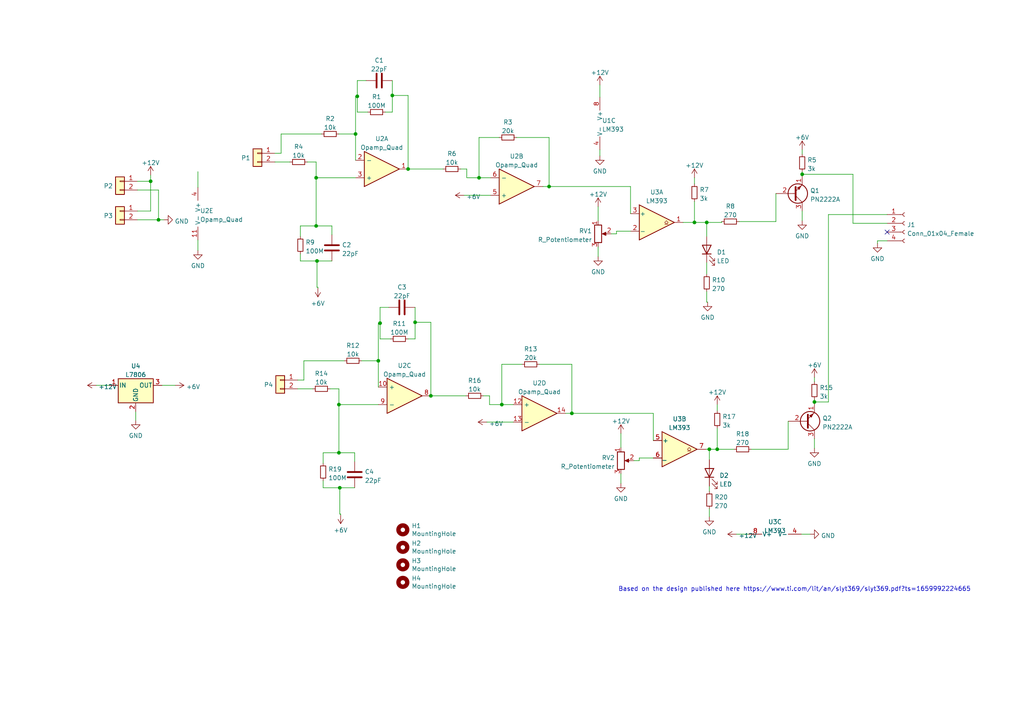
<source format=kicad_sch>
(kicad_sch (version 20211123) (generator eeschema)
  (paper "A4")
  (lib_symbols
    (symbol "Comparator:LM393" (pin_names (offset 0.127))
      (property "Reference" "U" (at 3.81 3.81 0))
      (property "Value" "LM393" (at 6.35 -3.81 0))
      (symbol "LM393_1_1"
        (polyline (pts (xy -5.08 5.08) (xy 5.08 0) (xy -5.08 -5.08) (xy -5.08 5.08)) (stroke (width 0.254)) (fill (type background)))
        (polyline (pts (xy 3.302 -0.508) (xy 2.794 -0.508) (xy 3.302 0) (xy 2.794 0.508) (xy 2.286 0) (xy 2.794 -0.508) (xy 2.286 -0.508)) (stroke (width 0.127)))
        (pin open_collector line (at 7.62 0 180) (length 2.54) (name "~") (number "1"))
        (pin input line (at -7.62 -2.54 0) (length 2.54) (name "-") (number "2"))
        (pin input line (at -7.62 2.54 0) (length 2.54) (name "+") (number "3"))
      )
      (symbol "LM393_2_1"
        (polyline (pts (xy -5.08 5.08) (xy 5.08 0) (xy -5.08 -5.08) (xy -5.08 5.08)) (stroke (width 0.254)) (fill (type background)))
        (polyline (pts (xy 3.302 -0.508) (xy 2.794 -0.508) (xy 3.302 0) (xy 2.794 0.508) (xy 2.286 0) (xy 2.794 -0.508) (xy 2.286 -0.508)) (stroke (width 0.127)))
        (pin input line (at -7.62 2.54 0) (length 2.54) (name "+") (number "5"))
        (pin input line (at -7.62 -2.54 0) (length 2.54) (name "_") (number "6"))
        (pin open_collector line (at 7.62 0 180) (length 2.54) (name "~") (number "7"))
      )
      (symbol "LM393_3_1"
        (pin power_in line (at -2.54 -7.62 90) (length 3.81) (name "V-") (number "4"))
        (pin power_in line (at -2.54 7.62 270) (length 3.81) (name "V+") (number "8"))
      )
    )
    (symbol "Connector:Conn_01x04_Female" (pin_names (offset 1.016) hide)
      (property "Reference" "J" (at 0 5.08 0))
      (property "Value" "Conn_01x04_Female" (at 0 -7.62 0))
      (symbol "Conn_01x04_Female_1_1"
        (arc (start 0 -4.572) (mid -0.508 -5.08) (end 0 -5.588) (stroke (width 0.1524)))
        (arc (start 0 -2.032) (mid -0.508 -2.54) (end 0 -3.048) (stroke (width 0.1524)))
        (polyline (pts (xy -1.27 -5.08) (xy -0.508 -5.08)) (stroke (width 0.1524)))
        (polyline (pts (xy -1.27 -2.54) (xy -0.508 -2.54)) (stroke (width 0.1524)))
        (polyline (pts (xy -1.27 0) (xy -0.508 0)) (stroke (width 0.1524)))
        (polyline (pts (xy -1.27 2.54) (xy -0.508 2.54)) (stroke (width 0.1524)))
        (arc (start 0 0.508) (mid -0.508 0) (end 0 -0.508) (stroke (width 0.1524)))
        (arc (start 0 3.048) (mid -0.508 2.54) (end 0 2.032) (stroke (width 0.1524)))
        (pin passive line (at -5.08 2.54 0) (length 3.81) (name "Pin_1") (number "1"))
        (pin passive line (at -5.08 0 0) (length 3.81) (name "Pin_2") (number "2"))
        (pin passive line (at -5.08 -2.54 0) (length 3.81) (name "Pin_3") (number "3"))
        (pin passive line (at -5.08 -5.08 0) (length 3.81) (name "Pin_4") (number "4"))
      )
    )
    (symbol "Connector_Generic:Conn_01x02" (pin_names (offset 1.016) hide)
      (property "Reference" "J" (at 0 2.54 0))
      (property "Value" "Conn_01x02" (at 0 -5.08 0))
      (symbol "Conn_01x02_1_1"
        (rectangle (start -1.27 -2.413) (end 0 -2.667) (stroke (width 0.1524)))
        (rectangle (start -1.27 0.127) (end 0 -0.127) (stroke (width 0.1524)))
        (rectangle (start -1.27 1.27) (end 1.27 -3.81) (stroke (width 0.254)) (fill (type background)))
        (pin passive line (at -5.08 0 0) (length 3.81) (name "Pin_1") (number "1"))
        (pin passive line (at -5.08 -2.54 0) (length 3.81) (name "Pin_2") (number "2"))
      )
    )
    (symbol "Device:C" (pin_numbers hide) (pin_names (offset 0.254))
      (property "Reference" "C" (at 0.635 2.54 0))
      (property "Value" "C" (at 0.635 -2.54 0))
      (symbol "C_0_1"
        (polyline (pts (xy -2.032 -0.762) (xy 2.032 -0.762)) (stroke (width 0.508)))
        (polyline (pts (xy -2.032 0.762) (xy 2.032 0.762)) (stroke (width 0.508)))
      )
      (symbol "C_1_1"
        (pin passive line (at 0 3.81 270) (length 2.794) (name "~") (number "1"))
        (pin passive line (at 0 -3.81 90) (length 2.794) (name "~") (number "2"))
      )
    )
    (symbol "Device:LED" (pin_numbers hide) (pin_names (offset 1.016) hide)
      (property "Reference" "D" (at 0 2.54 0))
      (property "Value" "LED" (at 0 -2.54 0))
      (symbol "LED_0_1"
        (polyline (pts (xy -1.27 -1.27) (xy -1.27 1.27)) (stroke (width 0.254)))
        (polyline (pts (xy -1.27 0) (xy 1.27 0)))
        (polyline (pts (xy 1.27 -1.27) (xy 1.27 1.27) (xy -1.27 0) (xy 1.27 -1.27)) (stroke (width 0.254)))
        (polyline (pts (xy -3.048 -0.762) (xy -4.572 -2.286) (xy -3.81 -2.286) (xy -4.572 -2.286) (xy -4.572 -1.524)))
        (polyline (pts (xy -1.778 -0.762) (xy -3.302 -2.286) (xy -2.54 -2.286) (xy -3.302 -2.286) (xy -3.302 -1.524)))
      )
      (symbol "LED_1_1"
        (pin passive line (at -3.81 0 0) (length 2.54) (name "K") (number "1"))
        (pin passive line (at 3.81 0 180) (length 2.54) (name "A") (number "2"))
      )
    )
    (symbol "Device:Opamp_Quad"
      (property "Reference" "U" (at 0 5.08 0))
      (property "Value" "Opamp_Quad" (at 0 -5.08 0))
      (symbol "Opamp_Quad_1_1"
        (polyline (pts (xy -5.08 5.08) (xy 5.08 0) (xy -5.08 -5.08) (xy -5.08 5.08)) (stroke (width 0.254)) (fill (type background)))
        (pin output line (at 7.62 0 180) (length 2.54) (name "~") (number "1"))
        (pin input line (at -7.62 -2.54 0) (length 2.54) (name "-") (number "2"))
        (pin input line (at -7.62 2.54 0) (length 2.54) (name "+") (number "3"))
      )
      (symbol "Opamp_Quad_2_1"
        (polyline (pts (xy -5.08 5.08) (xy 5.08 0) (xy -5.08 -5.08) (xy -5.08 5.08)) (stroke (width 0.254)) (fill (type background)))
        (pin input line (at -7.62 2.54 0) (length 2.54) (name "+") (number "5"))
        (pin input line (at -7.62 -2.54 0) (length 2.54) (name "-") (number "6"))
        (pin output line (at 7.62 0 180) (length 2.54) (name "~") (number "7"))
      )
      (symbol "Opamp_Quad_3_1"
        (polyline (pts (xy -5.08 5.08) (xy 5.08 0) (xy -5.08 -5.08) (xy -5.08 5.08)) (stroke (width 0.254)) (fill (type background)))
        (pin input line (at -7.62 2.54 0) (length 2.54) (name "+") (number "10"))
        (pin output line (at 7.62 0 180) (length 2.54) (name "~") (number "8"))
        (pin input line (at -7.62 -2.54 0) (length 2.54) (name "-") (number "9"))
      )
      (symbol "Opamp_Quad_4_1"
        (polyline (pts (xy -5.08 5.08) (xy 5.08 0) (xy -5.08 -5.08) (xy -5.08 5.08)) (stroke (width 0.254)) (fill (type background)))
        (pin input line (at -7.62 2.54 0) (length 2.54) (name "+") (number "12"))
        (pin input line (at -7.62 -2.54 0) (length 2.54) (name "-") (number "13"))
        (pin output line (at 7.62 0 180) (length 2.54) (name "~") (number "14"))
      )
      (symbol "Opamp_Quad_5_1"
        (pin power_in line (at -2.54 -7.62 90) (length 3.81) (name "V-") (number "11"))
        (pin power_in line (at -2.54 7.62 270) (length 3.81) (name "V+") (number "4"))
      )
    )
    (symbol "Device:R_Potentiometer" (pin_names (offset 1.016) hide)
      (property "Reference" "RV" (at -4.445 0 90))
      (property "Value" "R_Potentiometer" (at -2.54 0 90))
      (symbol "R_Potentiometer_0_1"
        (polyline (pts (xy 2.54 0) (xy 1.524 0)))
        (polyline (pts (xy 1.143 0) (xy 2.286 0.508) (xy 2.286 -0.508) (xy 1.143 0)) (fill (type outline)))
        (rectangle (start 1.016 2.54) (end -1.016 -2.54) (stroke (width 0.254)))
      )
      (symbol "R_Potentiometer_1_1"
        (pin passive line (at 0 3.81 270) (length 1.27) (name "1") (number "1"))
        (pin passive line (at 3.81 0 180) (length 1.27) (name "2") (number "2"))
        (pin passive line (at 0 -3.81 90) (length 1.27) (name "3") (number "3"))
      )
    )
    (symbol "Device:R_Small" (pin_numbers hide) (pin_names (offset 0.254) hide)
      (property "Reference" "R" (at 0.762 0.508 0))
      (property "Value" "R_Small" (at 0.762 -1.016 0))
      (symbol "R_Small_0_1"
        (rectangle (start -0.762 1.778) (end 0.762 -1.778) (stroke (width 0.2032)))
      )
      (symbol "R_Small_1_1"
        (pin passive line (at 0 2.54 270) (length 0.762) (name "~") (number "1"))
        (pin passive line (at 0 -2.54 90) (length 0.762) (name "~") (number "2"))
      )
    )
    (symbol "Mechanical:MountingHole" (pin_names (offset 1.016))
      (property "Reference" "H" (at 0 5.08 0))
      (property "Value" "MountingHole" (at 0 3.175 0))
      (symbol "MountingHole_0_1"
        (circle (center 0 0) (radius 1.27) (stroke (width 1.27)))
      )
    )
    (symbol "Regulator_Linear:L7806" (pin_names (offset 0.254))
      (property "Reference" "U" (at -3.81 3.175 0))
      (property "Value" "L7806" (at 0 3.175 0))
      (symbol "L7806_0_1"
        (rectangle (start -5.08 1.905) (end 5.08 -5.08) (stroke (width 0.254)) (fill (type background)))
      )
      (symbol "L7806_1_1"
        (pin power_in line (at -7.62 0 0) (length 2.54) (name "IN") (number "1"))
        (pin power_in line (at 0 -7.62 90) (length 2.54) (name "GND") (number "2"))
        (pin power_out line (at 7.62 0 180) (length 2.54) (name "OUT") (number "3"))
      )
    )
    (symbol "Transistor_BJT:PN2222A" (pin_names (offset 0) hide)
      (property "Reference" "Q" (at 5.08 1.905 0))
      (property "Value" "PN2222A" (at 5.08 0 0))
      (symbol "PN2222A_0_1"
        (polyline (pts (xy 0 0) (xy 0.635 0)))
        (polyline (pts (xy 2.54 -2.54) (xy 0.635 -0.635)))
        (polyline (pts (xy 2.54 2.54) (xy 0.635 0.635)))
        (polyline (pts (xy 0.635 1.905) (xy 0.635 -1.905) (xy 0.635 -1.905)) (stroke (width 0.508)))
        (polyline (pts (xy 2.413 -2.413) (xy 1.905 -1.905) (xy 1.905 -1.905)))
        (polyline (pts (xy 1.143 -1.651) (xy 1.651 -1.143) (xy 2.159 -2.159) (xy 1.143 -1.651) (xy 1.143 -1.651)) (fill (type outline)))
        (circle (center 1.27 0) (radius 2.8194) (stroke (width 0.254)))
      )
      (symbol "PN2222A_1_1"
        (pin passive line (at 2.54 -5.08 90) (length 2.54) (name "E") (number "1"))
        (pin input line (at -5.08 0 0) (length 5.08) (name "B") (number "2"))
        (pin passive line (at 2.54 5.08 270) (length 2.54) (name "C") (number "3"))
      )
    )
    (symbol "power:+12V" (power) (pin_names (offset 0))
      (property "Value" "+12V" (at 0 3.556 0))
      (symbol "+12V_0_1"
        (polyline (pts (xy -0.762 1.27) (xy 0 2.54)))
        (polyline (pts (xy 0 0) (xy 0 2.54)))
        (polyline (pts (xy 0 2.54) (xy 0.762 1.27)))
      )
      (symbol "+12V_1_1"
        (pin power_in line (at 0 0 90) (length 0) hide (name "+12V") (number "1"))
      )
    )
    (symbol "power:+6V" (power) (pin_names (offset 0))
      (property "Value" "+6V" (at 0 3.556 0))
      (symbol "+6V_0_1"
        (polyline (pts (xy -0.762 1.27) (xy 0 2.54)))
        (polyline (pts (xy 0 0) (xy 0 2.54)))
        (polyline (pts (xy 0 2.54) (xy 0.762 1.27)))
      )
      (symbol "+6V_1_1"
        (pin power_in line (at 0 0 90) (length 0) hide (name "+6V") (number "1"))
      )
    )
    (symbol "power:GND" (power) (pin_names (offset 0))
      (property "Value" "GND" (at 0 -3.81 0))
      (symbol "GND_0_1"
        (polyline (pts (xy 0 0) (xy 0 -1.27) (xy 1.27 -1.27) (xy 0 -2.54) (xy -1.27 -1.27) (xy 0 -1.27)))
      )
      (symbol "GND_1_1"
        (pin power_in line (at 0 0 270) (length 0) hide (name "GND") (number "1"))
      )
    )
  )
  (junction (at 208.026 130.302))
  (junction (at 138.938 51.562))
  (junction (at 204.978 64.516))
  (junction (at 103.124 38.862))
  (junction (at 98.298 117.348))
  (junction (at 236.22 116.586))
  (junction (at 91.694 65.532))
  (junction (at 124.968 114.808))
  (junction (at 205.74 130.302))
  (junction (at 45.974 63.754))
  (junction (at 103.632 27.94))
  (junction (at 98.552 141.478))
  (junction (at 98.298 131.318))
  (junction (at 165.862 119.888))
  (junction (at 232.664 50.546))
  (junction (at 159.258 54.102))
  (junction (at 43.688 52.578))
  (junction (at 109.728 104.648))
  (junction (at 118.364 49.022))
  (junction (at 145.542 117.348))
  (junction (at 91.948 75.692))
  (junction (at 113.792 27.686))
  (junction (at 91.694 51.562))
  (junction (at 201.422 64.516))
  (junction (at 110.236 93.726))
  (junction (at 120.396 93.472))
  (no_connect (at 257.302 67.31))
  (wire (pts (xy 103.632 27.94) (xy 103.632 23.368)))
  (wire (pts (xy 209.296 64.516) (xy 209.296 64.262)))
  (wire (pts (xy 103.632 23.368) (xy 106.172 23.368)))
  (wire (pts (xy 86.36 110.236) (xy 88.138 110.236)))
  (wire (pts (xy 254.508 69.85) (xy 254.508 70.612)))
  (wire (pts (xy 79.756 46.99) (xy 84.074 46.99)))
  (wire (pts (xy 247.396 64.77) (xy 247.396 50.546)))
  (wire (pts (xy 135.382 49.022) (xy 135.382 51.562)))
  (wire (pts (xy 113.284 98.298) (xy 110.236 98.298)))
  (wire (pts (xy 232.41 154.94) (xy 234.95 154.94)))
  (wire (pts (xy 180.086 125.73) (xy 180.086 129.794)))
  (wire (pts (xy 173.99 43.434) (xy 173.99 45.212)))
  (wire (pts (xy 93.726 131.318) (xy 98.298 131.318)))
  (wire (pts (xy 120.396 89.154) (xy 120.396 93.472)))
  (wire (pts (xy 109.728 104.648) (xy 109.728 112.268)))
  (wire (pts (xy 98.552 141.478) (xy 93.726 141.478)))
  (wire (pts (xy 86.36 112.776) (xy 90.678 112.776)))
  (wire (pts (xy 156.464 105.664) (xy 165.862 105.664)))
  (wire (pts (xy 228.6 130.302) (xy 228.6 122.174)))
  (wire (pts (xy 88.138 104.648) (xy 99.822 104.648)))
  (wire (pts (xy 138.938 51.562) (xy 135.382 51.562)))
  (wire (pts (xy 113.792 23.368) (xy 113.792 27.686)))
  (wire (pts (xy 165.862 105.664) (xy 165.862 119.888)))
  (wire (pts (xy 182.88 54.102) (xy 159.258 54.102)))
  (wire (pts (xy 96.266 65.532) (xy 96.266 68.072)))
  (wire (pts (xy 91.948 75.692) (xy 87.122 75.692)))
  (wire (pts (xy 124.968 114.808) (xy 135.128 114.808)))
  (wire (pts (xy 91.694 51.562) (xy 103.124 51.562)))
  (wire (pts (xy 148.844 117.348) (xy 145.542 117.348)))
  (wire (pts (xy 103.124 38.862) (xy 103.124 46.482)))
  (wire (pts (xy 98.298 117.348) (xy 109.728 117.348)))
  (wire (pts (xy 257.302 64.77) (xy 247.396 64.77)))
  (wire (pts (xy 102.87 141.478) (xy 98.552 141.478)))
  (wire (pts (xy 232.664 50.546) (xy 232.664 51.054)))
  (wire (pts (xy 103.632 32.512) (xy 103.632 27.94)))
  (wire (pts (xy 120.396 98.298) (xy 118.364 98.298)))
  (wire (pts (xy 113.792 27.686) (xy 113.792 32.512)))
  (wire (pts (xy 204.978 84.582) (xy 204.978 87.63)))
  (wire (pts (xy 204.724 130.302) (xy 205.74 130.302)))
  (wire (pts (xy 205.74 140.97) (xy 205.74 142.494)))
  (wire (pts (xy 110.236 93.726) (xy 109.728 93.726)))
  (wire (pts (xy 113.792 32.512) (xy 111.76 32.512)))
  (wire (pts (xy 133.604 49.022) (xy 135.382 49.022)))
  (wire (pts (xy 98.298 131.318) (xy 102.87 131.318)))
  (wire (pts (xy 98.806 149.098) (xy 98.806 149.352)))
  (wire (pts (xy 145.542 117.348) (xy 145.542 105.664)))
  (wire (pts (xy 110.236 93.726) (xy 110.236 89.154)))
  (wire (pts (xy 165.862 119.888) (xy 164.084 119.888)))
  (wire (pts (xy 81.534 38.862) (xy 93.218 38.862)))
  (wire (pts (xy 217.932 130.302) (xy 228.6 130.302)))
  (wire (pts (xy 205.74 130.302) (xy 208.026 130.302)))
  (wire (pts (xy 240.284 116.586) (xy 236.22 116.586)))
  (wire (pts (xy 232.664 49.784) (xy 232.664 50.546)))
  (wire (pts (xy 39.878 52.578) (xy 43.688 52.578)))
  (wire (pts (xy 57.404 69.596) (xy 57.404 72.644)))
  (wire (pts (xy 91.948 75.692) (xy 91.948 83.312)))
  (wire (pts (xy 91.948 83.312) (xy 92.202 83.312)))
  (wire (pts (xy 91.694 65.532) (xy 96.266 65.532)))
  (wire (pts (xy 141.224 122.428) (xy 148.844 122.428)))
  (wire (pts (xy 45.974 63.754) (xy 47.498 63.754)))
  (wire (pts (xy 214.376 64.262) (xy 225.044 64.262)))
  (wire (pts (xy 39.878 55.118) (xy 45.974 55.118)))
  (wire (pts (xy 236.22 109.474) (xy 236.22 110.744)))
  (wire (pts (xy 204.978 76.2) (xy 204.978 79.502)))
  (wire (pts (xy 43.688 52.578) (xy 43.688 61.214)))
  (wire (pts (xy 185.42 133.604) (xy 185.42 132.842)))
  (wire (pts (xy 198.12 64.516) (xy 201.422 64.516)))
  (wire (pts (xy 39.37 119.38) (xy 39.37 121.92)))
  (wire (pts (xy 240.284 62.23) (xy 240.284 116.586)))
  (wire (pts (xy 201.422 51.562) (xy 201.422 53.34)))
  (wire (pts (xy 113.792 27.686) (xy 118.364 27.686)))
  (wire (pts (xy 120.396 93.472) (xy 120.396 98.298)))
  (wire (pts (xy 178.816 67.818) (xy 178.816 67.056)))
  (wire (pts (xy 81.534 44.45) (xy 81.534 38.862)))
  (wire (pts (xy 236.22 116.586) (xy 236.22 117.094)))
  (wire (pts (xy 213.614 154.94) (xy 217.17 154.94)))
  (wire (pts (xy 79.756 44.45) (xy 81.534 44.45)))
  (wire (pts (xy 189.484 127.762) (xy 189.484 119.888)))
  (wire (pts (xy 93.726 141.478) (xy 93.726 139.446)))
  (wire (pts (xy 91.694 46.99) (xy 91.694 51.562)))
  (wire (pts (xy 98.298 38.862) (xy 103.124 38.862)))
  (wire (pts (xy 124.968 93.472) (xy 124.968 114.808)))
  (wire (pts (xy 138.938 39.878) (xy 144.78 39.878)))
  (wire (pts (xy 95.758 112.776) (xy 98.298 112.776)))
  (wire (pts (xy 173.482 59.944) (xy 173.482 64.008)))
  (wire (pts (xy 149.86 39.878) (xy 159.258 39.878)))
  (wire (pts (xy 91.694 51.562) (xy 91.694 65.532)))
  (wire (pts (xy 98.298 117.348) (xy 98.298 131.318)))
  (wire (pts (xy 142.24 51.562) (xy 138.938 51.562)))
  (wire (pts (xy 173.482 71.628) (xy 173.482 74.422)))
  (wire (pts (xy 208.026 130.302) (xy 208.026 124.206)))
  (wire (pts (xy 45.974 55.118) (xy 45.974 63.754)))
  (wire (pts (xy 208.026 130.302) (xy 212.852 130.302)))
  (wire (pts (xy 145.542 117.348) (xy 141.986 117.348)))
  (wire (pts (xy 89.154 46.99) (xy 91.694 46.99)))
  (wire (pts (xy 98.552 149.098) (xy 98.806 149.098)))
  (wire (pts (xy 178.816 67.056) (xy 182.88 67.056)))
  (wire (pts (xy 236.22 115.824) (xy 236.22 116.586)))
  (wire (pts (xy 141.986 114.808) (xy 141.986 117.348)))
  (wire (pts (xy 96.266 75.692) (xy 91.948 75.692)))
  (wire (pts (xy 92.202 83.312) (xy 92.202 83.566)))
  (wire (pts (xy 173.99 24.638) (xy 173.99 28.194)))
  (wire (pts (xy 104.902 104.648) (xy 109.728 104.648)))
  (wire (pts (xy 183.896 133.604) (xy 185.42 133.604)))
  (wire (pts (xy 257.302 69.85) (xy 254.508 69.85)))
  (wire (pts (xy 236.22 127.254) (xy 236.22 130.048)))
  (wire (pts (xy 87.122 75.692) (xy 87.122 73.66)))
  (wire (pts (xy 120.396 93.472) (xy 124.968 93.472)))
  (wire (pts (xy 109.728 93.726) (xy 109.728 104.648)))
  (wire (pts (xy 232.664 61.214) (xy 232.664 64.008)))
  (wire (pts (xy 201.422 64.516) (xy 204.978 64.516)))
  (wire (pts (xy 110.236 89.154) (xy 112.776 89.154)))
  (wire (pts (xy 182.88 61.976) (xy 182.88 54.102)))
  (wire (pts (xy 46.99 111.76) (xy 50.8 111.76)))
  (wire (pts (xy 205.74 130.302) (xy 205.74 133.35)))
  (wire (pts (xy 103.124 27.94) (xy 103.124 38.862)))
  (wire (pts (xy 57.404 49.784) (xy 57.404 54.356)))
  (wire (pts (xy 134.62 56.642) (xy 142.24 56.642)))
  (wire (pts (xy 232.664 50.546) (xy 247.396 50.546)))
  (wire (pts (xy 185.42 132.842) (xy 189.484 132.842)))
  (wire (pts (xy 43.688 52.578) (xy 43.688 50.8)))
  (wire (pts (xy 225.044 64.262) (xy 225.044 56.134)))
  (wire (pts (xy 177.292 67.818) (xy 178.816 67.818)))
  (wire (pts (xy 180.086 137.414) (xy 180.086 140.208)))
  (wire (pts (xy 140.208 114.808) (xy 141.986 114.808)))
  (wire (pts (xy 189.484 119.888) (xy 165.862 119.888)))
  (wire (pts (xy 106.68 32.512) (xy 103.632 32.512)))
  (wire (pts (xy 103.632 27.94) (xy 103.124 27.94)))
  (wire (pts (xy 204.978 64.516) (xy 204.978 68.58)))
  (wire (pts (xy 159.258 54.102) (xy 157.48 54.102)))
  (wire (pts (xy 87.122 65.532) (xy 91.694 65.532)))
  (wire (pts (xy 159.258 39.878) (xy 159.258 54.102)))
  (wire (pts (xy 118.364 27.686) (xy 118.364 49.022)))
  (wire (pts (xy 204.978 64.516) (xy 209.296 64.516)))
  (wire (pts (xy 145.542 105.664) (xy 151.384 105.664)))
  (wire (pts (xy 98.552 141.478) (xy 98.552 149.098)))
  (wire (pts (xy 232.664 43.434) (xy 232.664 44.704)))
  (wire (pts (xy 39.878 63.754) (xy 45.974 63.754)))
  (wire (pts (xy 205.74 147.574) (xy 205.74 149.86)))
  (wire (pts (xy 110.236 98.298) (xy 110.236 93.726)))
  (wire (pts (xy 208.026 117.348) (xy 208.026 119.126)))
  (wire (pts (xy 43.688 61.214) (xy 39.878 61.214)))
  (wire (pts (xy 138.938 51.562) (xy 138.938 39.878)))
  (wire (pts (xy 87.122 68.58) (xy 87.122 65.532)))
  (wire (pts (xy 102.87 131.318) (xy 102.87 133.858)))
  (wire (pts (xy 88.138 110.236) (xy 88.138 104.648)))
  (wire (pts (xy 27.94 111.76) (xy 31.75 111.76)))
  (wire (pts (xy 118.364 49.022) (xy 128.524 49.022)))
  (wire (pts (xy 93.726 134.366) (xy 93.726 131.318)))
  (wire (pts (xy 201.422 64.516) (xy 201.422 58.42)))
  (wire (pts (xy 257.302 62.23) (xy 240.284 62.23)))
  (wire (pts (xy 204.978 87.63) (xy 205.232 87.63)))
  (wire (pts (xy 98.298 112.776) (xy 98.298 117.348)))
  (text "Based on the design published here https://www.ti.com/lit/an/slyt369/slyt369.pdf?ts=1659992224665" (at 179.324 171.704 0) (effects (font (size 1.27 1.27)) (justify left bottom)))
  (symbol (lib_id "Mechanical:MountingHole") (at 116.84 158.75 0) (unit 1)
    (property "Reference" "H2" (at 119.38 157.5816 0) (effects (justify left)))
    (property "Value" "MountingHole" (at 119.38 159.893 0) (effects (justify left)))
    (property "Footprint" "MountingHole:MountingHole_3.2mm_M3_ISO7380" (effects hide))
  )
  (symbol (lib_id "Mechanical:MountingHole") (at 116.84 163.83 0) (unit 1)
    (property "Reference" "H3" (at 119.38 162.6616 0) (effects (justify left)))
    (property "Value" "MountingHole" (at 119.38 164.973 0) (effects (justify left)))
    (property "Footprint" "MountingHole:MountingHole_3.2mm_M3_ISO7380" (effects hide))
  )
  (symbol (lib_id "Mechanical:MountingHole") (at 116.84 168.91 0) (unit 1)
    (property "Reference" "H4" (at 119.38 167.7416 0) (effects (justify left)))
    (property "Value" "MountingHole" (at 119.38 170.053 0) (effects (justify left)))
    (property "Footprint" "MountingHole:MountingHole_3.2mm_M3_ISO7380" (effects hide))
  )
  (symbol (lib_id "Mechanical:MountingHole") (at 116.84 153.67 0) (unit 1)
    (property "Reference" "H1" (at 119.38 152.5016 0) (effects (justify left)))
    (property "Value" "MountingHole" (at 119.38 154.813 0) (effects (justify left)))
    (property "Footprint" "MountingHole:MountingHole_3.2mm_M3_ISO7380" (effects hide))
  )
  (symbol (lib_id "power:+6V") (at 236.22 109.474 0) (unit 1)
    (property "Reference" "#PWR015" (effects hide))
    (property "Value" "+6V" (at 236.22 105.8982 0))
  )
  (symbol (lib_id "Connector_Generic:Conn_01x02") (at 81.28 110.236 0) (mirror y) (unit 1)
    (property "Reference" "P4" (at 79.248 111.6076 0) (effects (justify left)))
    (property "Value" "Conn_01x02" (effects hide))
    (property "Footprint" "Connector_JST:JST_XH_B2B-XH-A_1x02_P2.50mm_Vertical" (effects hide))
  )
  (symbol (lib_id "Device:Opamp_Quad") (at 59.944 61.976 0) (unit 5)
    (property "Reference" "U2" (at 58.039 61.1413 0) (effects (justify left)))
    (property "Value" "Opamp_Quad" (at 58.039 63.6782 0) (effects (justify left)))
    (property "Footprint" "Package_DIP:DIP-14_W7.62mm_Socket_LongPads" (effects hide))
  )
  (symbol (lib_id "Connector_Generic:Conn_01x02") (at 74.676 44.45 0) (mirror y) (unit 1)
    (property "Reference" "P1" (at 72.644 45.8216 0) (effects (justify left)))
    (property "Value" "Conn_01x02" (effects hide))
    (property "Footprint" "Connector_JST:JST_XH_B2B-XH-A_1x02_P2.50mm_Vertical" (effects hide))
  )
  (symbol (lib_id "power:GND") (at 57.404 72.644 0) (unit 1)
    (property "Reference" "#PWR011" (effects hide))
    (property "Value" "GND" (at 57.404 77.0874 0))
  )
  (symbol (lib_id "Device:R_Small") (at 205.74 145.034 180) (unit 1)
    (property "Reference" "R20" (at 207.2386 144.1993 0) (effects (justify right)))
    (property "Value" "270" (at 207.2386 146.7362 0) (effects (justify right)))
    (property "Footprint" "Resistor_THT:R_Axial_DIN0411_L9.9mm_D3.6mm_P15.24mm_Horizontal" (effects hide))
  )
  (symbol (lib_id "Connector:Conn_01x04_Female") (at 262.382 64.77 0) (unit 1)
    (property "Reference" "J1" (at 263.0932 65.2053 0) (effects (justify left)))
    (property "Value" "Conn_01x04_Female" (at 263.0932 67.7422 0) (effects (justify left)))
    (property "Footprint" "Connector_JST:JST_XH_B4B-XH-A_1x04_P2.50mm_Vertical" (effects hide))
  )
  (symbol (lib_id "Device:R_Small") (at 204.978 82.042 0) (unit 1)
    (property "Reference" "R10" (at 206.4766 81.2073 0) (effects (justify left)))
    (property "Value" "270" (at 206.4766 83.7442 0) (effects (justify left)))
    (property "Footprint" "Resistor_THT:R_Axial_DIN0411_L9.9mm_D3.6mm_P15.24mm_Horizontal" (effects hide))
  )
  (symbol (lib_id "Device:R_Small") (at 153.924 105.664 90) (unit 1)
    (property "Reference" "R13" (at 153.924 101.2276 90))
    (property "Value" "20k" (at 153.924 103.7645 90))
    (property "Footprint" "Resistor_THT:R_Axial_DIN0411_L9.9mm_D3.6mm_P15.24mm_Horizontal" (effects hide))
  )
  (symbol (lib_id "power:GND") (at 254.508 70.612 0) (unit 1)
    (property "Reference" "#PWR010" (effects hide))
    (property "Value" "GND" (at 254.508 75.0554 0))
  )
  (symbol (lib_id "Device:R_Small") (at 87.122 71.12 0) (unit 1)
    (property "Reference" "R9" (at 88.6206 70.2853 0) (effects (justify left)))
    (property "Value" "100M" (at 88.6206 72.8222 0) (effects (justify left)))
    (property "Footprint" "Resistor_THT:R_Axial_DIN0411_L9.9mm_D3.6mm_P15.24mm_Horizontal" (effects hide))
  )
  (symbol (lib_id "Device:R_Small") (at 131.064 49.022 90) (unit 1)
    (property "Reference" "R6" (at 131.064 44.5856 90))
    (property "Value" "10k" (at 131.064 47.1225 90))
    (property "Footprint" "Resistor_THT:R_Axial_DIN0411_L9.9mm_D3.6mm_P15.24mm_Horizontal" (effects hide))
  )
  (symbol (lib_id "power:GND") (at 236.22 130.048 0) (unit 1)
    (property "Reference" "#PWR022" (effects hide))
    (property "Value" "GND" (at 236.22 134.4914 0))
  )
  (symbol (lib_id "power:+6V") (at 92.202 83.566 180) (unit 1)
    (property "Reference" "#PWR013" (effects hide))
    (property "Value" "+6V" (at 92.202 88.0094 0))
  )
  (symbol (lib_id "Regulator_Linear:L7806") (at 39.37 111.76 0) (unit 1)
    (property "Reference" "U4" (at 39.37 106.1552 0))
    (property "Value" "L7806" (at 39.37 108.6921 0))
    (property "Footprint" "Package_TO_SOT_THT:TO-3P-3_Vertical" (effects hide))
    (property "Datasheet" "http://www.st.com/content/ccc/resource/technical/document/datasheet/41/4f/b3/b0/12/d4/47/88/CD00000444.pdf/files/CD00000444.pdf/jcr:content/translations/en.CD00000444.pdf" (effects hide))
  )
  (symbol (lib_id "power:GND") (at 234.95 154.94 90) (unit 1)
    (property "Reference" "#PWR0101" (effects hide))
    (property "Value" "GND" (at 238.125 155.3738 90) (effects (justify right)))
  )
  (symbol (lib_id "Device:C") (at 96.266 71.882 0) (unit 1)
    (property "Reference" "C2" (at 99.187 71.0473 0) (effects (justify left)))
    (property "Value" "22pF" (at 99.187 73.5842 0) (effects (justify left)))
    (property "Footprint" "Capacitor_THT:C_Disc_D16.0mm_W5.0mm_P10.00mm" (effects hide))
  )
  (symbol (lib_id "Comparator:LM393") (at 176.53 35.814 0) (unit 3)
    (property "Reference" "U1" (at 174.625 34.9793 0) (effects (justify left)))
    (property "Value" "LM393" (at 174.625 37.5162 0) (effects (justify left)))
    (property "Footprint" "Package_DIP:DIP-8_W7.62mm_Socket_LongPads" (effects hide))
    (property "Datasheet" "http://www.ti.com/lit/ds/symlink/lm393.pdf" (effects hide))
  )
  (symbol (lib_id "power:+12V") (at 201.422 51.562 0) (unit 1)
    (property "Reference" "#PWR05" (effects hide))
    (property "Value" "+12V" (at 201.422 47.9862 0))
  )
  (symbol (lib_id "Device:R_Potentiometer") (at 173.482 67.818 0) (unit 1)
    (property "Reference" "RV1" (at 171.7041 66.9833 0) (effects (justify right)))
    (property "Value" "R_Potentiometer" (at 171.7041 69.5202 0) (effects (justify right)))
    (property "Footprint" "Connector_JST:JST_XH_B3B-XH-A_1x03_P2.50mm_Vertical" (effects hide))
  )
  (symbol (lib_id "Device:Opamp_Quad") (at 156.464 119.888 0) (unit 4)
    (property "Reference" "U2" (at 156.464 111.1082 0))
    (property "Value" "Opamp_Quad" (at 156.464 113.6451 0))
    (property "Footprint" "Package_DIP:DIP-14_W7.62mm_Socket_LongPads" (effects hide))
  )
  (symbol (lib_id "power:+12V") (at 173.99 24.638 0) (unit 1)
    (property "Reference" "#PWR01" (effects hide))
    (property "Value" "+12V" (at 173.99 21.0622 0))
  )
  (symbol (lib_id "Connector_Generic:Conn_01x02") (at 34.798 52.578 0) (mirror y) (unit 1)
    (property "Reference" "P2" (at 32.766 53.9496 0) (effects (justify left)))
    (property "Value" "Conn_01x02" (effects hide))
    (property "Footprint" "Connector_JST:JST_XH_B2B-XH-A_1x02_P2.50mm_Vertical" (effects hide))
  )
  (symbol (lib_id "power:GND") (at 173.482 74.422 0) (unit 1)
    (property "Reference" "#PWR012" (effects hide))
    (property "Value" "GND" (at 173.482 78.8654 0))
  )
  (symbol (lib_id "Device:R_Small") (at 201.422 55.88 180) (unit 1)
    (property "Reference" "R7" (at 202.9206 55.0453 0) (effects (justify right)))
    (property "Value" "3k" (at 202.9206 57.5822 0) (effects (justify right)))
    (property "Footprint" "Resistor_THT:R_Axial_DIN0411_L9.9mm_D3.6mm_P15.24mm_Horizontal" (effects hide))
  )
  (symbol (lib_id "Device:R_Potentiometer") (at 180.086 133.604 0) (unit 1)
    (property "Reference" "RV2" (at 178.3081 132.7693 0) (effects (justify right)))
    (property "Value" "R_Potentiometer" (at 178.3081 135.3062 0) (effects (justify right)))
    (property "Footprint" "Connector_JST:JST_XH_B3B-XH-A_1x03_P2.50mm_Vertical" (effects hide))
  )
  (symbol (lib_id "Comparator:LM393") (at 190.5 64.516 0) (unit 1)
    (property "Reference" "U3" (at 190.5 55.7362 0))
    (property "Value" "LM393" (at 190.5 58.2731 0))
    (property "Footprint" "Package_DIP:DIP-8_W7.62mm_Socket_LongPads" (effects hide))
    (property "Datasheet" "http://www.ti.com/lit/ds/symlink/lm393.pdf" (effects hide))
  )
  (symbol (lib_id "power:GND") (at 205.232 87.63 0) (unit 1)
    (property "Reference" "#PWR014" (effects hide))
    (property "Value" "GND" (at 205.232 92.0734 0))
  )
  (symbol (lib_id "Device:C") (at 109.982 23.368 90) (unit 1)
    (property "Reference" "C1" (at 109.982 17.5092 90))
    (property "Value" "22pF" (at 109.982 20.0461 90))
    (property "Footprint" "Capacitor_THT:C_Disc_D16.0mm_W5.0mm_P10.00mm" (effects hide))
  )
  (symbol (lib_id "Device:R_Small") (at 236.22 113.284 180) (unit 1)
    (property "Reference" "R15" (at 237.7186 112.4493 0) (effects (justify right)))
    (property "Value" "3k" (at 237.7186 114.9862 0) (effects (justify right)))
    (property "Footprint" "Resistor_THT:R_Axial_DIN0411_L9.9mm_D3.6mm_P15.24mm_Horizontal" (effects hide))
  )
  (symbol (lib_id "power:+6V") (at 134.62 56.642 90) (unit 1)
    (property "Reference" "#PWR06" (effects hide))
    (property "Value" "+6V" (at 135.255 57.0758 90) (effects (justify right)))
  )
  (symbol (lib_id "Device:R_Small") (at 211.836 64.262 270) (unit 1)
    (property "Reference" "R8" (at 211.836 59.8256 90))
    (property "Value" "270" (at 211.836 62.3625 90))
    (property "Footprint" "Resistor_THT:R_Axial_DIN0411_L9.9mm_D3.6mm_P15.24mm_Horizontal" (effects hide))
  )
  (symbol (lib_id "power:+6V") (at 98.806 149.352 180) (unit 1)
    (property "Reference" "#PWR024" (effects hide))
    (property "Value" "+6V" (at 98.806 153.7954 0))
  )
  (symbol (lib_id "Device:R_Small") (at 137.668 114.808 90) (unit 1)
    (property "Reference" "R16" (at 137.668 110.3716 90))
    (property "Value" "10k" (at 137.668 112.9085 90))
    (property "Footprint" "Resistor_THT:R_Axial_DIN0411_L9.9mm_D3.6mm_P15.24mm_Horizontal" (effects hide))
  )
  (symbol (lib_id "power:GND") (at 39.37 121.92 0) (unit 1)
    (property "Reference" "#PWR019" (effects hide))
    (property "Value" "GND" (at 39.37 126.3634 0))
  )
  (symbol (lib_id "Transistor_BJT:PN2222A") (at 233.68 122.174 0) (mirror x) (unit 1)
    (property "Reference" "Q2" (at 238.5314 121.3393 0) (effects (justify left)))
    (property "Value" "PN2222A" (at 238.5314 123.8762 0) (effects (justify left)))
    (property "Footprint" "Package_TO_SOT_THT:TO-92_Inline" (effects hide))
    (property "Datasheet" "https://www.onsemi.com/pub/Collateral/PN2222-D.PDF" (effects hide))
  )
  (symbol (lib_id "power:GND") (at 205.74 149.86 0) (unit 1)
    (property "Reference" "#PWR025" (effects hide))
    (property "Value" "GND" (at 205.74 154.3034 0))
  )
  (symbol (lib_id "power:GND") (at 232.664 64.008 0) (unit 1)
    (property "Reference" "#PWR09" (effects hide))
    (property "Value" "GND" (at 232.664 68.4514 0))
  )
  (symbol (lib_id "Device:LED") (at 205.74 137.16 90) (unit 1)
    (property "Reference" "D2" (at 208.661 137.9128 90) (effects (justify right)))
    (property "Value" "LED" (at 208.661 140.4497 90) (effects (justify right)))
    (property "Footprint" "LED_THT:LED_D3.0mm_Clear" (effects hide))
  )
  (symbol (lib_id "Device:R_Small") (at 102.362 104.648 90) (unit 1)
    (property "Reference" "R12" (at 102.362 100.2116 90))
    (property "Value" "10k" (at 102.362 102.7485 90))
    (property "Footprint" "Resistor_THT:R_Axial_DIN0411_L9.9mm_D3.6mm_P15.24mm_Horizontal" (effects hide))
  )
  (symbol (lib_id "Device:R_Small") (at 232.664 47.244 180) (unit 1)
    (property "Reference" "R5" (at 234.1626 46.4093 0) (effects (justify right)))
    (property "Value" "3k" (at 234.1626 48.9462 0) (effects (justify right)))
    (property "Footprint" "Resistor_THT:R_Axial_DIN0411_L9.9mm_D3.6mm_P15.24mm_Horizontal" (effects hide))
  )
  (symbol (lib_id "power:+6V") (at 232.664 43.434 0) (unit 1)
    (property "Reference" "#PWR02" (effects hide))
    (property "Value" "+6V" (at 232.664 39.8582 0))
  )
  (symbol (lib_id "Device:R_Small") (at 95.758 38.862 90) (unit 1)
    (property "Reference" "R2" (at 95.758 34.4256 90))
    (property "Value" "10k" (at 95.758 36.9625 90))
    (property "Footprint" "Resistor_THT:R_Axial_DIN0411_L9.9mm_D3.6mm_P15.24mm_Horizontal" (effects hide))
  )
  (symbol (lib_id "Device:Opamp_Quad") (at 110.744 49.022 0) (mirror x) (unit 1)
    (property "Reference" "U2" (at 110.744 40.2422 0))
    (property "Value" "Opamp_Quad" (at 110.744 42.7791 0))
    (property "Footprint" "Package_DIP:DIP-14_W7.62mm_Socket_LongPads" (effects hide))
  )
  (symbol (lib_id "power:+12V") (at 43.688 50.8 0) (unit 1)
    (property "Reference" "#PWR04" (effects hide))
    (property "Value" "+12V" (at 43.688 47.2242 0))
  )
  (symbol (lib_id "Device:R_Small") (at 109.22 32.512 90) (unit 1)
    (property "Reference" "R1" (at 109.22 28.0756 90))
    (property "Value" "100M" (at 109.22 30.6125 90))
    (property "Footprint" "Resistor_THT:R_Axial_DIN0411_L9.9mm_D3.6mm_P15.24mm_Horizontal" (effects hide))
  )
  (symbol (lib_id "Device:LED") (at 204.978 72.39 90) (unit 1)
    (property "Reference" "D1" (at 207.899 73.1428 90) (effects (justify right)))
    (property "Value" "LED" (at 207.899 75.6797 90) (effects (justify right)))
    (property "Footprint" "LED_THT:LED_D3.0mm_Clear" (effects hide))
  )
  (symbol (lib_id "Device:R_Small") (at 208.026 121.666 180) (unit 1)
    (property "Reference" "R17" (at 209.5246 120.8313 0) (effects (justify right)))
    (property "Value" "3k" (at 209.5246 123.3682 0) (effects (justify right)))
    (property "Footprint" "Resistor_THT:R_Axial_DIN0411_L9.9mm_D3.6mm_P15.24mm_Horizontal" (effects hide))
  )
  (symbol (lib_id "Device:Opamp_Quad") (at 117.348 114.808 0) (unit 3)
    (property "Reference" "U2" (at 117.348 106.0282 0))
    (property "Value" "Opamp_Quad" (at 117.348 108.5651 0))
    (property "Footprint" "Package_DIP:DIP-14_W7.62mm_Socket_LongPads" (effects hide))
  )
  (symbol (lib_id "Device:R_Small") (at 215.392 130.302 270) (unit 1)
    (property "Reference" "R18" (at 215.392 125.8656 90))
    (property "Value" "270" (at 215.392 128.4025 90))
    (property "Footprint" "Resistor_THT:R_Axial_DIN0411_L9.9mm_D3.6mm_P15.24mm_Horizontal" (effects hide))
  )
  (symbol (lib_id "power:GND") (at 180.086 140.208 0) (unit 1)
    (property "Reference" "#PWR023" (effects hide))
    (property "Value" "GND" (at 180.086 144.6514 0))
  )
  (symbol (lib_id "power:+12V") (at 213.614 154.94 90) (unit 1)
    (property "Reference" "#PWR0102" (effects hide))
    (property "Value" "+12V" (at 214.249 155.3738 90) (effects (justify right)))
  )
  (symbol (lib_id "Device:R_Small") (at 93.726 136.906 0) (unit 1)
    (property "Reference" "R19" (at 95.2246 136.0713 0) (effects (justify left)))
    (property "Value" "100M" (at 95.2246 138.6082 0) (effects (justify left)))
    (property "Footprint" "Resistor_THT:R_Axial_DIN0411_L9.9mm_D3.6mm_P15.24mm_Horizontal" (effects hide))
  )
  (symbol (lib_id "power:GND") (at 47.498 63.754 90) (unit 1)
    (property "Reference" "#PWR08" (effects hide))
    (property "Value" "GND" (at 50.673 64.1878 90) (effects (justify right)))
  )
  (symbol (lib_id "power:+12V") (at 27.94 111.76 90) (unit 1)
    (property "Reference" "#PWR016" (effects hide))
    (property "Value" "+12V" (at 28.575 112.1938 90) (effects (justify right)))
  )
  (symbol (lib_id "Device:R_Small") (at 93.218 112.776 90) (unit 1)
    (property "Reference" "R14" (at 93.218 108.3396 90))
    (property "Value" "10k" (at 93.218 110.8765 90))
    (property "Footprint" "Resistor_THT:R_Axial_DIN0411_L9.9mm_D3.6mm_P15.24mm_Horizontal" (effects hide))
  )
  (symbol (lib_id "power:+12V") (at 173.482 59.944 0) (unit 1)
    (property "Reference" "#PWR07" (effects hide))
    (property "Value" "+12V" (at 173.482 56.3682 0))
  )
  (symbol (lib_id "Connector_Generic:Conn_01x02") (at 34.798 61.214 0) (mirror y) (unit 1)
    (property "Reference" "P3" (at 32.766 62.5856 0) (effects (justify left)))
    (property "Value" "Conn_01x02" (effects hide))
    (property "Footprint" "Connector_JST:JST_XH_B2B-XH-A_1x02_P2.50mm_Vertical" (effects hide))
  )
  (symbol (lib_id "power:+6V") (at 50.8 111.76 270) (unit 1)
    (property "Reference" "#PWR017" (effects hide))
    (property "Value" "+6V" (at 53.975 112.1938 90) (effects (justify left)))
  )
  (symbol (lib_id "Device:R_Small") (at 147.32 39.878 90) (unit 1)
    (property "Reference" "R3" (at 147.32 35.4416 90))
    (property "Value" "20k" (at 147.32 37.9785 90))
    (property "Footprint" "Resistor_THT:R_Axial_DIN0411_L9.9mm_D3.6mm_P15.24mm_Horizontal" (effects hide))
  )
  (symbol (lib_id "Transistor_BJT:PN2222A") (at 230.124 56.134 0) (mirror x) (unit 1)
    (property "Reference" "Q1" (at 234.9754 55.2993 0) (effects (justify left)))
    (property "Value" "PN2222A" (at 234.9754 57.8362 0) (effects (justify left)))
    (property "Footprint" "Package_TO_SOT_THT:TO-92_Inline" (effects hide))
    (property "Datasheet" "https://www.onsemi.com/pub/Collateral/PN2222-D.PDF" (effects hide))
  )
  (symbol (lib_id "Device:R_Small") (at 115.824 98.298 90) (unit 1)
    (property "Reference" "R11" (at 115.824 93.8616 90))
    (property "Value" "100M" (at 115.824 96.3985 90))
    (property "Footprint" "Resistor_THT:R_Axial_DIN0411_L9.9mm_D3.6mm_P15.24mm_Horizontal" (effects hide))
  )
  (symbol (lib_id "Device:C") (at 102.87 137.668 0) (unit 1)
    (property "Reference" "C4" (at 105.791 136.8333 0) (effects (justify left)))
    (property "Value" "22pF" (at 105.791 139.3702 0) (effects (justify left)))
    (property "Footprint" "Capacitor_THT:C_Disc_D16.0mm_W5.0mm_P10.00mm" (effects hide))
  )
  (symbol (lib_id "Device:C") (at 116.586 89.154 90) (unit 1)
    (property "Reference" "C3" (at 116.586 83.2952 90))
    (property "Value" "22pF" (at 116.586 85.8321 90))
    (property "Footprint" "Capacitor_THT:C_Disc_D16.0mm_W5.0mm_P10.00mm" (effects hide))
  )
  (symbol (lib_id "Comparator:LM393") (at 197.104 130.302 0) (unit 2)
    (property "Reference" "U3" (at 197.104 121.5222 0))
    (property "Value" "LM393" (at 197.104 124.0591 0))
    (property "Footprint" "Package_DIP:DIP-8_W7.62mm_Socket_LongPads" (effects hide))
    (property "Datasheet" "http://www.ti.com/lit/ds/symlink/lm393.pdf" (effects hide))
  )
  (symbol (lib_id "power:GND") (at 173.99 45.212 0) (unit 1)
    (property "Reference" "#PWR03" (effects hide))
    (property "Value" "GND" (at 173.99 49.6554 0))
  )
  (symbol (lib_id "Device:R_Small") (at 86.614 46.99 90) (unit 1)
    (property "Reference" "R4" (at 86.614 42.5536 90))
    (property "Value" "10k" (at 86.614 45.0905 90))
    (property "Footprint" "Resistor_THT:R_Axial_DIN0411_L9.9mm_D3.6mm_P15.24mm_Horizontal" (effects hide))
  )
  (symbol (lib_id "Device:Opamp_Quad") (at 149.86 54.102 0) (mirror x) (unit 2)
    (property "Reference" "U2" (at 149.86 45.3222 0))
    (property "Value" "Opamp_Quad" (at 149.86 47.8591 0))
    (property "Footprint" "Package_DIP:DIP-14_W7.62mm_Socket_LongPads" (effects hide))
  )
  (symbol (lib_id "power:+12V") (at 180.086 125.73 0) (unit 1)
    (property "Reference" "#PWR021" (effects hide))
    (property "Value" "+12V" (at 180.086 122.1542 0))
  )
  (symbol (lib_id "Comparator:LM393") (at 224.79 152.4 90) (unit 3)
    (property "Reference" "U3" (at 224.79 151.3672 90))
    (property "Value" "LM393" (at 224.79 153.9041 90))
    (property "Footprint" "Package_DIP:DIP-8_W7.62mm_Socket_LongPads" (effects hide))
    (property "Datasheet" "http://www.ti.com/lit/ds/symlink/lm393.pdf" (effects hide))
  )
  (symbol (lib_id "power:+6V") (at 141.224 122.428 90) (unit 1)
    (property "Reference" "#PWR020" (effects hide))
    (property "Value" "+6V" (at 141.859 122.8618 90) (effects (justify right)))
  )
  (symbol (lib_id "power:+12V") (at 208.026 117.348 0) (unit 1)
    (property "Reference" "#PWR018" (effects hide))
    (property "Value" "+12V" (at 208.026 113.7722 0))
  )
)
</source>
